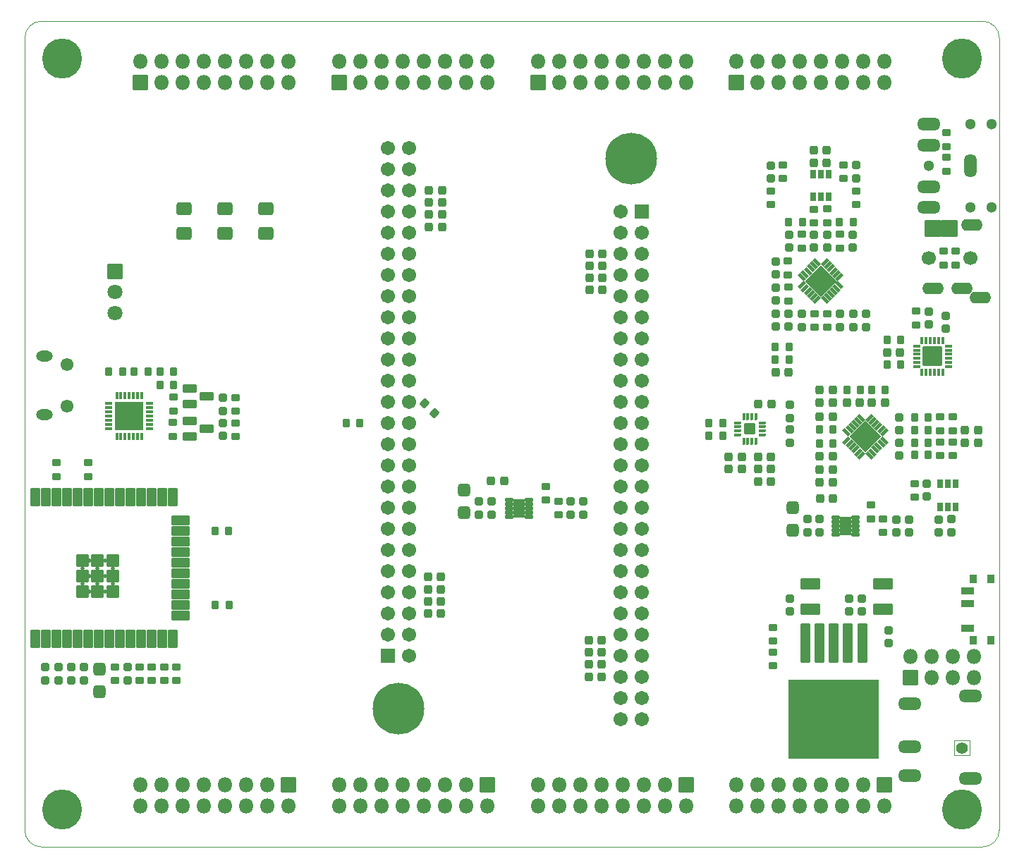
<source format=gbr>
%TF.GenerationSoftware,KiCad,Pcbnew,(6.0.10)*%
%TF.CreationDate,2023-12-11T17:00:35-05:00*%
%TF.ProjectId,Ultrasonic Sound Steering - Control Rev. A,556c7472-6173-46f6-9e69-6320536f756e,rev?*%
%TF.SameCoordinates,Original*%
%TF.FileFunction,Soldermask,Top*%
%TF.FilePolarity,Negative*%
%FSLAX46Y46*%
G04 Gerber Fmt 4.6, Leading zero omitted, Abs format (unit mm)*
G04 Created by KiCad (PCBNEW (6.0.10)) date 2023-12-11 17:00:35*
%MOMM*%
%LPD*%
G01*
G04 APERTURE LIST*
G04 Aperture macros list*
%AMRoundRect*
0 Rectangle with rounded corners*
0 $1 Rounding radius*
0 $2 $3 $4 $5 $6 $7 $8 $9 X,Y pos of 4 corners*
0 Add a 4 corners polygon primitive as box body*
4,1,4,$2,$3,$4,$5,$6,$7,$8,$9,$2,$3,0*
0 Add four circle primitives for the rounded corners*
1,1,$1+$1,$2,$3*
1,1,$1+$1,$4,$5*
1,1,$1+$1,$6,$7*
1,1,$1+$1,$8,$9*
0 Add four rect primitives between the rounded corners*
20,1,$1+$1,$2,$3,$4,$5,0*
20,1,$1+$1,$4,$5,$6,$7,0*
20,1,$1+$1,$6,$7,$8,$9,0*
20,1,$1+$1,$8,$9,$2,$3,0*%
G04 Aperture macros list end*
%TA.AperFunction,Profile*%
%ADD10C,0.100000*%
%TD*%
%TA.AperFunction,Profile*%
%ADD11C,0.010000*%
%TD*%
%ADD12RoundRect,0.275000X0.225000X0.250000X-0.225000X0.250000X-0.225000X-0.250000X0.225000X-0.250000X0*%
%ADD13RoundRect,0.275000X0.250000X-0.225000X0.250000X0.225000X-0.250000X0.225000X-0.250000X-0.225000X0*%
%ADD14RoundRect,0.275000X-0.225000X-0.250000X0.225000X-0.250000X0.225000X0.250000X-0.225000X0.250000X0*%
%ADD15C,0.504000*%
%ADD16RoundRect,0.250000X-0.275000X0.200000X-0.275000X-0.200000X0.275000X-0.200000X0.275000X0.200000X0*%
%ADD17RoundRect,0.250000X0.275000X-0.200000X0.275000X0.200000X-0.275000X0.200000X-0.275000X-0.200000X0*%
%ADD18RoundRect,0.110100X0.411900X0.126900X-0.411900X0.126900X-0.411900X-0.126900X0.411900X-0.126900X0*%
%ADD19RoundRect,0.102000X0.600000X1.000000X-0.600000X1.000000X-0.600000X-1.000000X0.600000X-1.000000X0*%
%ADD20RoundRect,0.275000X-0.250000X0.225000X-0.250000X-0.225000X0.250000X-0.225000X0.250000X0.225000X0*%
%ADD21C,4.800000*%
%ADD22RoundRect,0.250000X0.200000X0.275000X-0.200000X0.275000X-0.200000X-0.275000X0.200000X-0.275000X0*%
%ADD23RoundRect,0.300001X-0.624999X0.462499X-0.624999X-0.462499X0.624999X-0.462499X0.624999X0.462499X0*%
%ADD24RoundRect,0.300000X0.425000X-0.450000X0.425000X0.450000X-0.425000X0.450000X-0.425000X-0.450000X0*%
%ADD25RoundRect,0.250000X-0.200000X-0.275000X0.200000X-0.275000X0.200000X0.275000X-0.200000X0.275000X0*%
%ADD26RoundRect,0.112500X0.337500X0.062500X-0.337500X0.062500X-0.337500X-0.062500X0.337500X-0.062500X0*%
%ADD27RoundRect,0.112500X0.062500X0.337500X-0.062500X0.337500X-0.062500X-0.337500X0.062500X-0.337500X0*%
%ADD28RoundRect,0.050000X1.675000X1.675000X-1.675000X1.675000X-1.675000X-1.675000X1.675000X-1.675000X0*%
%ADD29RoundRect,0.050000X0.749300X-0.355600X0.749300X0.355600X-0.749300X0.355600X-0.749300X-0.355600X0*%
%ADD30RoundRect,0.050000X0.406400X-0.495300X0.406400X0.495300X-0.406400X0.495300X-0.406400X-0.495300X0*%
%ADD31RoundRect,0.102000X-0.754000X0.754000X-0.754000X-0.754000X0.754000X-0.754000X0.754000X0.754000X0*%
%ADD32C,1.712000*%
%ADD33C,6.204000*%
%ADD34RoundRect,0.104600X0.212132X0.392303X-0.392303X-0.212132X-0.212132X-0.392303X0.392303X0.212132X0*%
%ADD35RoundRect,0.104600X-0.392303X0.212132X0.212132X-0.392303X0.392303X-0.212132X-0.212132X0.392303X0*%
%ADD36RoundRect,0.104600X-0.212132X-0.392303X0.392303X0.212132X0.212132X0.392303X-0.392303X-0.212132X0*%
%ADD37RoundRect,0.104600X0.392303X-0.212132X-0.212132X0.392303X-0.392303X0.212132X0.212132X-0.392303X0*%
%ADD38RoundRect,0.102000X1.767767X0.000000X0.000000X1.767767X-1.767767X0.000000X0.000000X-1.767767X0*%
%ADD39RoundRect,0.300000X0.925000X-0.412500X0.925000X0.412500X-0.925000X0.412500X-0.925000X-0.412500X0*%
%ADD40RoundRect,0.102000X0.450000X-1.000000X0.450000X1.000000X-0.450000X1.000000X-0.450000X-1.000000X0*%
%ADD41RoundRect,0.102000X1.000000X-0.450000X1.000000X0.450000X-1.000000X0.450000X-1.000000X-0.450000X0*%
%ADD42RoundRect,0.102000X0.665000X-0.665000X0.665000X0.665000X-0.665000X0.665000X-0.665000X-0.665000X0*%
%ADD43RoundRect,0.050000X-0.800100X0.431800X-0.800100X-0.431800X0.800100X-0.431800X0.800100X0.431800X0*%
%ADD44RoundRect,0.050000X-0.127000X-0.406400X0.127000X-0.406400X0.127000X0.406400X-0.127000X0.406400X0*%
%ADD45RoundRect,0.050000X-0.406400X0.127000X-0.406400X-0.127000X0.406400X-0.127000X0.406400X0.127000X0*%
%ADD46RoundRect,0.050000X-1.130300X1.130300X-1.130300X-1.130300X1.130300X-1.130300X1.130300X1.130300X0*%
%ADD47RoundRect,0.102000X0.000000X1.767767X-1.767767X0.000000X0.000000X-1.767767X1.767767X0.000000X0*%
%ADD48RoundRect,0.250000X0.335876X0.053033X0.053033X0.335876X-0.335876X-0.053033X-0.053033X-0.335876X0*%
%ADD49RoundRect,0.050000X-0.550000X2.300000X-0.550000X-2.300000X0.550000X-2.300000X0.550000X2.300000X0*%
%ADD50RoundRect,0.050000X-5.400000X4.700000X-5.400000X-4.700000X5.400000X-4.700000X5.400000X4.700000X0*%
%ADD51RoundRect,0.050000X-0.279400X0.488950X-0.279400X-0.488950X0.279400X-0.488950X0.279400X0.488950X0*%
%ADD52RoundRect,0.050000X0.127000X0.381000X-0.127000X0.381000X-0.127000X-0.381000X0.127000X-0.381000X0*%
%ADD53RoundRect,0.050000X0.381000X-0.127000X0.381000X0.127000X-0.381000X0.127000X-0.381000X-0.127000X0*%
%ADD54RoundRect,0.050000X0.596900X-0.596900X0.596900X0.596900X-0.596900X0.596900X-0.596900X-0.596900X0*%
%ADD55RoundRect,0.050000X-0.299999X-0.500000X0.299999X-0.500000X0.299999X0.500000X-0.299999X0.500000X0*%
%ADD56RoundRect,0.300000X-0.425000X0.450000X-0.425000X-0.450000X0.425000X-0.450000X0.425000X0.450000X0*%
%ADD57RoundRect,0.050000X0.850000X-0.850000X0.850000X0.850000X-0.850000X0.850000X-0.850000X-0.850000X0*%
%ADD58O,1.800000X1.800000*%
%ADD59C,1.700000*%
%ADD60O,2.604000X1.404000*%
%ADD61RoundRect,0.102000X0.900000X0.900000X-0.900000X0.900000X-0.900000X-0.900000X0.900000X-0.900000X0*%
%ADD62RoundRect,0.050000X-0.850000X0.850000X-0.850000X-0.850000X0.850000X-0.850000X0.850000X0.850000X0*%
%ADD63C,1.550000*%
%ADD64O,2.000000X1.300000*%
%ADD65C,1.300000*%
%ADD66O,1.512000X2.820000*%
%ADD67O,2.820000X1.512000*%
%ADD68C,1.400000*%
%ADD69C,1.800000*%
G04 APERTURE END LIST*
D10*
X159706350Y-26997214D02*
X272697922Y-26997214D01*
X157702100Y-124143000D02*
G75*
G03*
X159702136Y-126143000I2000100J100D01*
G01*
X274697886Y-28997214D02*
G75*
G03*
X272697922Y-26997214I-1999886J114D01*
G01*
X274697922Y-28997214D02*
X274697922Y-124138787D01*
X157702136Y-124143000D02*
X157706350Y-28997214D01*
X272697922Y-126138787D02*
X159702136Y-126143000D01*
X159706350Y-26997150D02*
G75*
G03*
X157706350Y-28997214I50J-2000050D01*
G01*
X272697922Y-126138722D02*
G75*
G03*
X274697922Y-124138787I78J1999922D01*
G01*
D11*
%TO.C,P13*%
X271110000Y-113350000D02*
X269310000Y-113350000D01*
X269310000Y-115150000D02*
X271110000Y-115150000D01*
X269310000Y-113350000D02*
X269310000Y-115150000D01*
X271110000Y-115150000D02*
X271110000Y-113350000D01*
%TD*%
D12*
%TO.C,C59*%
X247250000Y-82275000D03*
X245700000Y-82275000D03*
%TD*%
D13*
%TO.C,C105*%
X161712500Y-106130000D03*
X161712500Y-104580000D03*
%TD*%
D14*
%TO.C,C9*%
X252435000Y-43980000D03*
X253985000Y-43980000D03*
%TD*%
D15*
%TO.C,*%
X253960000Y-110600000D03*
%TD*%
D16*
%TO.C,R1*%
X269470000Y-54623500D03*
X269470000Y-56273500D03*
%TD*%
D15*
%TO.C,*%
X252102500Y-110612500D03*
%TD*%
D14*
%TO.C,C2*%
X261244466Y-66795000D03*
X262794466Y-66795000D03*
%TD*%
D16*
%TO.C,R26*%
X255560000Y-52575000D03*
X255560000Y-54225000D03*
%TD*%
D12*
%TO.C,C14*%
X272137200Y-76104466D03*
X270587200Y-76104466D03*
%TD*%
D15*
%TO.C,*%
X251850000Y-58225000D03*
%TD*%
D17*
%TO.C,R7*%
X248715000Y-45905000D03*
X248715000Y-44255000D03*
%TD*%
D16*
%TO.C,R25*%
X250960000Y-52600000D03*
X250960000Y-54250000D03*
%TD*%
D15*
%TO.C,*%
X255010000Y-107015000D03*
%TD*%
D18*
%TO.C,U7*%
X257410000Y-88590000D03*
X257410000Y-88090000D03*
X257410000Y-87590000D03*
X257410000Y-87090000D03*
X257410000Y-86590000D03*
X255020000Y-86590000D03*
X255020000Y-87090000D03*
X255020000Y-87590000D03*
X255020000Y-88090000D03*
X255020000Y-88590000D03*
D19*
X256215000Y-87590000D03*
%TD*%
D12*
%TO.C,C109*%
X207635000Y-95190000D03*
X206085000Y-95190000D03*
%TD*%
D20*
%TO.C,C84*%
X224760000Y-84690000D03*
X224760000Y-86240000D03*
%TD*%
D15*
%TO.C,*%
X252910000Y-114760000D03*
%TD*%
D20*
%TO.C,C76*%
X258225000Y-96295000D03*
X258225000Y-97845000D03*
%TD*%
D21*
%TO.C,H2*%
X162200177Y-31490000D03*
%TD*%
D16*
%TO.C,R48*%
X221750000Y-84630000D03*
X221750000Y-86280000D03*
%TD*%
D22*
%TO.C,R66*%
X172485000Y-69110000D03*
X170835000Y-69110000D03*
%TD*%
D12*
%TO.C,C25*%
X254685000Y-80872500D03*
X253135000Y-80872500D03*
%TD*%
D23*
%TO.C,D3*%
X176840000Y-49505000D03*
X176840000Y-52480000D03*
%TD*%
D16*
%TO.C,R47*%
X259305000Y-85110000D03*
X259305000Y-86760000D03*
%TD*%
D15*
%TO.C,*%
X255600000Y-114930000D03*
%TD*%
D24*
%TO.C,C68*%
X210427500Y-85980000D03*
X210427500Y-83280000D03*
%TD*%
D15*
%TO.C,*%
X257810000Y-111605000D03*
%TD*%
D13*
%TO.C,C123*%
X160182500Y-106120000D03*
X160182500Y-104570000D03*
%TD*%
D15*
%TO.C,*%
X252102500Y-109407500D03*
%TD*%
%TO.C,*%
X252102500Y-111612500D03*
%TD*%
D14*
%TO.C,C65*%
X242225000Y-79275000D03*
X243775000Y-79275000D03*
%TD*%
D20*
%TO.C,C83*%
X263840000Y-86815000D03*
X263840000Y-88365000D03*
%TD*%
D15*
%TO.C,*%
X258750000Y-108210000D03*
%TD*%
%TO.C,*%
X171190000Y-75245000D03*
%TD*%
%TO.C,*%
X259720000Y-115185000D03*
%TD*%
D14*
%TO.C,C120*%
X225410000Y-102770000D03*
X226960000Y-102770000D03*
%TD*%
D15*
%TO.C,*%
X259720000Y-110585000D03*
%TD*%
D12*
%TO.C,C121*%
X207785000Y-47310000D03*
X206235000Y-47310000D03*
%TD*%
D15*
%TO.C,*%
X253030000Y-107005000D03*
%TD*%
%TO.C,*%
X258750000Y-111605000D03*
%TD*%
D20*
%TO.C,C81*%
X223260000Y-84690000D03*
X223260000Y-86240000D03*
%TD*%
D15*
%TO.C,*%
X254675000Y-58225000D03*
%TD*%
D13*
%TO.C,C21*%
X262650000Y-79137500D03*
X262650000Y-77587500D03*
%TD*%
D15*
%TO.C,*%
X253260000Y-58200000D03*
%TD*%
D14*
%TO.C,C130*%
X225410000Y-104230000D03*
X226960000Y-104230000D03*
%TD*%
D15*
%TO.C,*%
X251180000Y-110610000D03*
%TD*%
D13*
%TO.C,C19*%
X254060000Y-54175000D03*
X254060000Y-52625000D03*
%TD*%
%TO.C,C87*%
X268900000Y-88355000D03*
X268900000Y-86805000D03*
%TD*%
D15*
%TO.C,*%
X171190000Y-73410000D03*
%TD*%
D22*
%TO.C,R21*%
X266150000Y-79100000D03*
X264500000Y-79100000D03*
%TD*%
D15*
%TO.C,*%
X258750000Y-112810000D03*
%TD*%
D17*
%TO.C,R10*%
X247234769Y-49006709D03*
X247234769Y-47356709D03*
%TD*%
D25*
%TO.C,R64*%
X173915000Y-70660000D03*
X175565000Y-70660000D03*
%TD*%
D14*
%TO.C,C131*%
X225410000Y-101310000D03*
X226960000Y-101310000D03*
%TD*%
D12*
%TO.C,C58*%
X247250000Y-80775000D03*
X245700000Y-80775000D03*
%TD*%
D15*
%TO.C,*%
X250230000Y-107015000D03*
%TD*%
D20*
%TO.C,C45*%
X247853005Y-62132929D03*
X247853005Y-63682929D03*
%TD*%
%TO.C,C3*%
X266210000Y-61860000D03*
X266210000Y-63410000D03*
%TD*%
D17*
%TO.C,R5*%
X264710000Y-63460000D03*
X264710000Y-61810000D03*
%TD*%
D25*
%TO.C,R82*%
X180535000Y-88210000D03*
X182185000Y-88210000D03*
%TD*%
D12*
%TO.C,C107*%
X207640000Y-98110000D03*
X206090000Y-98110000D03*
%TD*%
D15*
%TO.C,*%
X245100000Y-76300000D03*
%TD*%
D20*
%TO.C,C44*%
X249524738Y-76045262D03*
X249524738Y-77595262D03*
%TD*%
D15*
%TO.C,*%
X256892500Y-112822500D03*
%TD*%
%TO.C,*%
X250220000Y-109405000D03*
%TD*%
%TO.C,*%
X259710000Y-106990000D03*
%TD*%
%TO.C,*%
X267150000Y-67850000D03*
%TD*%
D12*
%TO.C,C55*%
X247325000Y-73000000D03*
X245775000Y-73000000D03*
%TD*%
D15*
%TO.C,*%
X252112500Y-107017500D03*
%TD*%
%TO.C,*%
X252112500Y-108222500D03*
%TD*%
D13*
%TO.C,C38*%
X247840000Y-60555000D03*
X247840000Y-59005000D03*
%TD*%
D20*
%TO.C,C95*%
X181480000Y-72225000D03*
X181480000Y-73775000D03*
%TD*%
D15*
%TO.C,*%
X244425000Y-75625000D03*
%TD*%
D22*
%TO.C,R41*%
X241500000Y-76804300D03*
X239850000Y-76804300D03*
%TD*%
D26*
%TO.C,U17*%
X172690000Y-75890000D03*
X172690000Y-75390000D03*
X172690000Y-74890000D03*
X172690000Y-74390000D03*
X172690000Y-73890000D03*
X172690000Y-73390000D03*
X172690000Y-72890000D03*
D27*
X171740000Y-71940000D03*
X171240000Y-71940000D03*
X170740000Y-71940000D03*
X170240000Y-71940000D03*
X169740000Y-71940000D03*
X169240000Y-71940000D03*
X168740000Y-71940000D03*
D26*
X167790000Y-72890000D03*
X167790000Y-73390000D03*
X167790000Y-73890000D03*
X167790000Y-74390000D03*
X167790000Y-74890000D03*
X167790000Y-75390000D03*
X167790000Y-75890000D03*
D27*
X168740000Y-76840000D03*
X169240000Y-76840000D03*
X169740000Y-76840000D03*
X170240000Y-76840000D03*
X170740000Y-76840000D03*
X171240000Y-76840000D03*
X171740000Y-76840000D03*
D28*
X170240000Y-74390000D03*
%TD*%
D16*
%TO.C,R46*%
X260765000Y-86765000D03*
X260765000Y-88415000D03*
%TD*%
D15*
%TO.C,*%
X250230000Y-108220000D03*
%TD*%
D14*
%TO.C,C102*%
X225510000Y-56380000D03*
X227060000Y-56380000D03*
%TD*%
D17*
%TO.C,R15*%
X267600000Y-76175000D03*
X267600000Y-74525000D03*
%TD*%
D22*
%TO.C,R22*%
X266150000Y-74600000D03*
X264500000Y-74600000D03*
%TD*%
D15*
%TO.C,*%
X258625000Y-75425000D03*
%TD*%
D12*
%TO.C,C126*%
X207785000Y-48770000D03*
X206235000Y-48770000D03*
%TD*%
D15*
%TO.C,*%
X254290000Y-113410000D03*
%TD*%
D20*
%TO.C,C86*%
X249557500Y-96295000D03*
X249557500Y-97845000D03*
%TD*%
D22*
%TO.C,R19*%
X266150000Y-76100000D03*
X264500000Y-76100000D03*
%TD*%
D20*
%TO.C,C48*%
X249532142Y-73087858D03*
X249532142Y-74637858D03*
%TD*%
D17*
%TO.C,R87*%
X268360000Y-45010000D03*
X268360000Y-43360000D03*
%TD*%
D15*
%TO.C,*%
X257820000Y-109395000D03*
%TD*%
%TO.C,*%
X257810000Y-108210000D03*
%TD*%
D22*
%TO.C,R20*%
X266150000Y-77600000D03*
X264500000Y-77600000D03*
%TD*%
D15*
%TO.C,*%
X257810000Y-112810000D03*
%TD*%
D21*
%TO.C,H1*%
X270200189Y-31490000D03*
%TD*%
D16*
%TO.C,R33*%
X249330000Y-55805000D03*
X249330000Y-57455000D03*
%TD*%
D17*
%TO.C,R13*%
X269100534Y-76170534D03*
X269100534Y-74520534D03*
%TD*%
D15*
%TO.C,*%
X254960000Y-114170000D03*
%TD*%
%TO.C,*%
X250220000Y-111610000D03*
%TD*%
D14*
%TO.C,C100*%
X225505000Y-54920000D03*
X227055000Y-54920000D03*
%TD*%
D15*
%TO.C,*%
X259710000Y-108195000D03*
%TD*%
D14*
%TO.C,C101*%
X225510000Y-57830000D03*
X227060000Y-57830000D03*
%TD*%
D12*
%TO.C,C39*%
X254680000Y-72812500D03*
X253130000Y-72812500D03*
%TD*%
D15*
%TO.C,*%
X253020000Y-110600000D03*
%TD*%
D20*
%TO.C,C80*%
X262305000Y-86810000D03*
X262305000Y-88360000D03*
%TD*%
D15*
%TO.C,*%
X259720000Y-109380000D03*
%TD*%
D16*
%TO.C,R78*%
X174410000Y-104525000D03*
X174410000Y-106175000D03*
%TD*%
D15*
%TO.C,*%
X257820000Y-113995000D03*
%TD*%
%TO.C,*%
X257820000Y-110600000D03*
%TD*%
%TO.C,*%
X253030000Y-108210000D03*
%TD*%
D20*
%TO.C,C12*%
X268240000Y-62360000D03*
X268240000Y-63910000D03*
%TD*%
D18*
%TO.C,U8*%
X218225000Y-86480000D03*
X218225000Y-85980000D03*
X218225000Y-85480000D03*
X218225000Y-84980000D03*
X218225000Y-84480000D03*
X215835000Y-84480000D03*
X215835000Y-84980000D03*
X215835000Y-85480000D03*
X215835000Y-85980000D03*
X215835000Y-86480000D03*
D19*
X217030000Y-85480000D03*
%TD*%
D29*
%TO.C,SW1*%
X270873100Y-99900001D03*
X270873100Y-96899999D03*
X270873100Y-95399999D03*
D30*
X271573101Y-101300000D03*
X271573101Y-94000000D03*
X273673100Y-101300000D03*
X273673100Y-94000000D03*
%TD*%
D15*
%TO.C,*%
X255980000Y-110610000D03*
%TD*%
D12*
%TO.C,C56*%
X247250000Y-79275000D03*
X245700000Y-79275000D03*
%TD*%
D15*
%TO.C,*%
X256892500Y-111617500D03*
%TD*%
D14*
%TO.C,C90*%
X247821875Y-69140000D03*
X249371875Y-69140000D03*
%TD*%
D17*
%TO.C,R2*%
X268360000Y-42050000D03*
X268360000Y-40400000D03*
%TD*%
D15*
%TO.C,*%
X255980000Y-111610000D03*
%TD*%
D12*
%TO.C,C106*%
X207635000Y-96650000D03*
X206085000Y-96650000D03*
%TD*%
D14*
%TO.C,C34*%
X256420000Y-72812500D03*
X257970000Y-72812500D03*
%TD*%
D17*
%TO.C,R54*%
X264510000Y-84145000D03*
X264510000Y-82495000D03*
%TD*%
D25*
%TO.C,R65*%
X173915000Y-69110000D03*
X175565000Y-69110000D03*
%TD*%
D31*
%TO.C,U14*%
X201260000Y-103190000D03*
X231740000Y-49840000D03*
D32*
X203800000Y-103190000D03*
X229200000Y-49840000D03*
X201260000Y-100650000D03*
X231740000Y-52380000D03*
X203800000Y-100650000D03*
X229200000Y-52380000D03*
X201260000Y-98110000D03*
X231740000Y-54920000D03*
X203800000Y-98110000D03*
X229200000Y-54920000D03*
X201260000Y-95570000D03*
X231740000Y-57460000D03*
X203800000Y-95570000D03*
X229200000Y-57460000D03*
X201260000Y-93030000D03*
X231740000Y-60000000D03*
X203800000Y-93030000D03*
X229200000Y-60000000D03*
X201260000Y-90490000D03*
X231740000Y-62540000D03*
X203800000Y-90490000D03*
X229200000Y-62540000D03*
X201260000Y-87950000D03*
X231740000Y-65080000D03*
X203800000Y-87950000D03*
X229200000Y-65080000D03*
X201260000Y-85410000D03*
X231740000Y-67620000D03*
X203800000Y-85410000D03*
X229200000Y-67620000D03*
X201260000Y-82870000D03*
X231740000Y-70160000D03*
X203800000Y-82870000D03*
X229200000Y-70160000D03*
X201260000Y-80330000D03*
X231740000Y-72700000D03*
X203800000Y-80330000D03*
X229200000Y-72700000D03*
X201260000Y-77790000D03*
X231740000Y-75240000D03*
X203800000Y-77790000D03*
X229200000Y-75240000D03*
X201260000Y-75250000D03*
X231740000Y-77780000D03*
X203800000Y-75250000D03*
X229200000Y-77780000D03*
X201260000Y-72710000D03*
X231740000Y-80320000D03*
X203800000Y-72710000D03*
X229200000Y-80320000D03*
X201260000Y-70170000D03*
X231740000Y-82860000D03*
X203800000Y-70170000D03*
X229200000Y-82860000D03*
X201260000Y-67630000D03*
X231740000Y-85400000D03*
X203800000Y-67630000D03*
X229200000Y-85400000D03*
X201260000Y-65090000D03*
X231740000Y-87940000D03*
X203800000Y-65090000D03*
X229200000Y-87940000D03*
X201260000Y-62550000D03*
X231740000Y-90480000D03*
X203800000Y-62550000D03*
X229200000Y-90480000D03*
X201260000Y-60010000D03*
X231740000Y-93020000D03*
X203800000Y-60010000D03*
X229200000Y-93020000D03*
X201260000Y-57470000D03*
X231740000Y-95560000D03*
X203800000Y-57470000D03*
X229200000Y-95560000D03*
X201260000Y-54930000D03*
X231740000Y-98100000D03*
X203800000Y-54930000D03*
X229200000Y-98100000D03*
X201260000Y-52390000D03*
X231740000Y-100640000D03*
X203800000Y-52390000D03*
X229200000Y-100640000D03*
X201260000Y-49850000D03*
X231740000Y-103180000D03*
X203800000Y-49850000D03*
X229200000Y-103180000D03*
X201260000Y-47310000D03*
X231740000Y-105720000D03*
X203800000Y-47310000D03*
X229200000Y-105720000D03*
X201260000Y-44770000D03*
X231740000Y-108260000D03*
X203800000Y-44770000D03*
X229200000Y-108260000D03*
X201260000Y-42230000D03*
X231740000Y-110800000D03*
X203800000Y-42230000D03*
X229200000Y-110800000D03*
D33*
X230470000Y-43490000D03*
X202530000Y-109540000D03*
%TD*%
D16*
%TO.C,R18*%
X252460000Y-49575000D03*
X252460000Y-51225000D03*
%TD*%
D15*
%TO.C,*%
X257225000Y-76875000D03*
%TD*%
D17*
%TO.C,R60*%
X175510000Y-73805000D03*
X175510000Y-72155000D03*
%TD*%
D15*
%TO.C,*%
X169355000Y-73410000D03*
%TD*%
%TO.C,*%
X260050000Y-76875000D03*
%TD*%
D14*
%TO.C,C8*%
X252440000Y-42500000D03*
X253990000Y-42500000D03*
%TD*%
D15*
%TO.C,*%
X257810000Y-107005000D03*
%TD*%
%TO.C,*%
X267150000Y-66645000D03*
%TD*%
D22*
%TO.C,R31*%
X260990000Y-71312500D03*
X259340000Y-71312500D03*
%TD*%
D34*
%TO.C,U3*%
X260870000Y-76383764D03*
X260516447Y-76030210D03*
X260162893Y-75676657D03*
X259809340Y-75323104D03*
X259455787Y-74969550D03*
X259102233Y-74615997D03*
D35*
X258133497Y-74615997D03*
X257779943Y-74969550D03*
X257426390Y-75323104D03*
X257072837Y-75676657D03*
X256719283Y-76030210D03*
X256365730Y-76383764D03*
D36*
X256365730Y-77352500D03*
X256719283Y-77706054D03*
X257072837Y-78059607D03*
X257426390Y-78413160D03*
X257779943Y-78766714D03*
X258133497Y-79120267D03*
D37*
X259102233Y-79120267D03*
X259455787Y-78766714D03*
X259809340Y-78413160D03*
X260162893Y-78059607D03*
X260516447Y-77706054D03*
X260870000Y-77352500D03*
D38*
X258617865Y-76868132D03*
%TD*%
D15*
%TO.C,*%
X169355000Y-75245000D03*
%TD*%
D39*
%TO.C,C85*%
X252037500Y-97640000D03*
X252037500Y-94565000D03*
%TD*%
D16*
%TO.C,R83*%
X175870000Y-104525000D03*
X175870000Y-106175000D03*
%TD*%
%TO.C,R49*%
X220250000Y-82860000D03*
X220250000Y-84510000D03*
%TD*%
D15*
%TO.C,*%
X259710000Y-111590000D03*
%TD*%
D13*
%TO.C,C114*%
X170030000Y-106125000D03*
X170030000Y-104575000D03*
%TD*%
D15*
%TO.C,*%
X253970000Y-107005000D03*
%TD*%
D20*
%TO.C,C71*%
X251640000Y-86805000D03*
X251640000Y-88355000D03*
%TD*%
D40*
%TO.C,U18*%
X158930000Y-101130000D03*
X160200000Y-101130000D03*
X161470000Y-101130000D03*
X162740000Y-101130000D03*
X164010000Y-101130000D03*
X165280000Y-101130000D03*
X166550000Y-101130000D03*
X167820000Y-101130000D03*
X169090000Y-101130000D03*
X170360000Y-101130000D03*
X171630000Y-101130000D03*
X172900000Y-101130000D03*
X174170000Y-101130000D03*
X175440000Y-101130000D03*
D41*
X176440000Y-98345000D03*
X176440000Y-97075000D03*
X176440000Y-95805000D03*
X176440000Y-94535000D03*
X176440000Y-93265000D03*
X176440000Y-91995000D03*
X176440000Y-90725000D03*
X176440000Y-89455000D03*
X176440000Y-88185000D03*
X176440000Y-86915000D03*
D40*
X175440000Y-84130000D03*
X174170000Y-84130000D03*
X172900000Y-84130000D03*
X171630000Y-84130000D03*
X170360000Y-84130000D03*
X169090000Y-84130000D03*
X167820000Y-84130000D03*
X166550000Y-84130000D03*
X165280000Y-84130000D03*
X164010000Y-84130000D03*
X162740000Y-84130000D03*
X161470000Y-84130000D03*
X160200000Y-84130000D03*
X158930000Y-84130000D03*
D42*
X164595000Y-95465000D03*
X164595000Y-93630000D03*
X164595000Y-91795000D03*
X166430000Y-95465000D03*
X166430000Y-93630000D03*
X166430000Y-91795000D03*
X168265000Y-95465000D03*
X168265000Y-93630000D03*
X168265000Y-91795000D03*
D15*
X164595000Y-94547500D03*
X164595000Y-92712500D03*
X165512500Y-95465000D03*
X165512500Y-93630000D03*
X165512500Y-91795000D03*
X166430000Y-94547500D03*
X166430000Y-92712500D03*
X167347500Y-95465000D03*
X167347500Y-93630000D03*
X167347500Y-91795000D03*
X168265000Y-94547500D03*
X168265000Y-92712500D03*
%TD*%
D12*
%TO.C,C47*%
X254695000Y-74520000D03*
X253145000Y-74520000D03*
%TD*%
D16*
%TO.C,R61*%
X183010000Y-72165000D03*
X183010000Y-73815000D03*
%TD*%
D14*
%TO.C,C119*%
X225410000Y-105690000D03*
X226960000Y-105690000D03*
%TD*%
D13*
%TO.C,C53*%
X255540000Y-63700000D03*
X255540000Y-62150000D03*
%TD*%
D20*
%TO.C,C7*%
X257480000Y-44285000D03*
X257480000Y-45835000D03*
%TD*%
D21*
%TO.C,H3*%
X270200172Y-121640000D03*
%TD*%
D17*
%TO.C,R37*%
X254020000Y-63750000D03*
X254020000Y-62100000D03*
%TD*%
D43*
%TO.C,Q2*%
X177484500Y-74969999D03*
X177484500Y-76870001D03*
X179495500Y-75920000D03*
%TD*%
D44*
%TO.C,U1*%
X267914781Y-65339466D03*
X267414655Y-65339466D03*
X266914529Y-65339466D03*
X266414403Y-65339466D03*
X265914277Y-65339466D03*
X265414151Y-65339466D03*
D45*
X264759466Y-65994151D03*
X264759466Y-66494277D03*
X264759466Y-66994403D03*
X264759466Y-67494529D03*
X264759466Y-67994655D03*
X264759466Y-68494781D03*
D44*
X265414151Y-69149466D03*
X265914277Y-69149466D03*
X266414403Y-69149466D03*
X266914529Y-69149466D03*
X267414655Y-69149466D03*
X267914781Y-69149466D03*
D45*
X268569466Y-68494781D03*
X268569466Y-67994655D03*
X268569466Y-67494529D03*
X268569466Y-66994403D03*
X268569466Y-66494277D03*
X268569466Y-65994151D03*
D46*
X266664466Y-67244466D03*
%TD*%
D14*
%TO.C,C103*%
X225510000Y-59290000D03*
X227060000Y-59290000D03*
%TD*%
D15*
%TO.C,*%
X251190000Y-108220000D03*
%TD*%
D14*
%TO.C,C33*%
X259395000Y-72812500D03*
X260945000Y-72812500D03*
%TD*%
D15*
%TO.C,*%
X255970000Y-108220000D03*
%TD*%
D17*
%TO.C,R38*%
X252510000Y-63745000D03*
X252510000Y-62095000D03*
%TD*%
D25*
%TO.C,R85*%
X196285000Y-75250000D03*
X197935000Y-75250000D03*
%TD*%
D17*
%TO.C,R53*%
X247500000Y-104405000D03*
X247500000Y-102755000D03*
%TD*%
D15*
%TO.C,*%
X253250000Y-59600000D03*
%TD*%
%TO.C,*%
X244425000Y-76300000D03*
%TD*%
D25*
%TO.C,R36*%
X253095000Y-76020000D03*
X254745000Y-76020000D03*
%TD*%
D12*
%TO.C,C15*%
X272137200Y-77604466D03*
X270587200Y-77604466D03*
%TD*%
D14*
%TO.C,C46*%
X253145000Y-79220000D03*
X254695000Y-79220000D03*
%TD*%
D22*
%TO.C,R24*%
X251035000Y-51150000D03*
X249385000Y-51150000D03*
%TD*%
D35*
%TO.C,U4*%
X252775632Y-55947865D03*
X252422078Y-56301418D03*
X252068525Y-56654972D03*
X251714972Y-57008525D03*
X251361418Y-57362078D03*
X251007865Y-57715632D03*
D36*
X251007865Y-58684368D03*
X251361418Y-59037922D03*
X251714972Y-59391475D03*
X252068525Y-59745028D03*
X252422078Y-60098582D03*
X252775632Y-60452135D03*
D37*
X253744368Y-60452135D03*
X254097922Y-60098582D03*
X254451475Y-59745028D03*
X254805028Y-59391475D03*
X255158582Y-59037922D03*
X255512135Y-58684368D03*
D34*
X255512135Y-57715632D03*
X255158582Y-57362078D03*
X254805028Y-57008525D03*
X254451475Y-56654972D03*
X254097922Y-56301418D03*
X253744368Y-55947865D03*
D47*
X253260000Y-58200000D03*
%TD*%
D17*
%TO.C,R81*%
X161470000Y-81665000D03*
X161470000Y-80015000D03*
%TD*%
D25*
%TO.C,R84*%
X180565000Y-97080000D03*
X182215000Y-97080000D03*
%TD*%
D17*
%TO.C,R86*%
X165280000Y-81655000D03*
X165280000Y-80005000D03*
%TD*%
D15*
%TO.C,*%
X258635000Y-76850000D03*
%TD*%
%TO.C,*%
X258760000Y-115200000D03*
%TD*%
%TO.C,*%
X253020000Y-109395000D03*
%TD*%
D12*
%TO.C,C128*%
X207785000Y-50230000D03*
X206235000Y-50230000D03*
%TD*%
D24*
%TO.C,C67*%
X249860000Y-88120000D03*
X249860000Y-85420000D03*
%TD*%
D13*
%TO.C,C125*%
X163240000Y-106125000D03*
X163240000Y-104575000D03*
%TD*%
D20*
%TO.C,C29*%
X257190000Y-62150000D03*
X257190000Y-63700000D03*
%TD*%
D48*
%TO.C,R80*%
X206843363Y-74073363D03*
X205676637Y-72906637D03*
%TD*%
D16*
%TO.C,R34*%
X249340000Y-58950000D03*
X249340000Y-60600000D03*
%TD*%
D17*
%TO.C,R9*%
X255985231Y-45890000D03*
X255985231Y-44240000D03*
%TD*%
D15*
%TO.C,*%
X255020000Y-111610000D03*
%TD*%
%TO.C,*%
X259710000Y-112795000D03*
%TD*%
D17*
%TO.C,R3*%
X267970000Y-56273500D03*
X267970000Y-54623500D03*
%TD*%
D23*
%TO.C,D8*%
X186671000Y-49490001D03*
X186671000Y-52465001D03*
%TD*%
D15*
%TO.C,*%
X258750000Y-107005000D03*
%TD*%
%TO.C,*%
X266210000Y-67850000D03*
%TD*%
%TO.C,*%
X251180000Y-111610000D03*
%TD*%
%TO.C,*%
X258760000Y-109395000D03*
%TD*%
D49*
%TO.C,U9*%
X258235000Y-101675000D03*
X256535000Y-101675000D03*
X254835000Y-101675000D03*
X253135000Y-101675000D03*
X251435000Y-101675000D03*
D50*
X254835000Y-110825000D03*
%TD*%
D15*
%TO.C,*%
X252340000Y-114040000D03*
%TD*%
%TO.C,*%
X255970000Y-107015000D03*
%TD*%
D20*
%TO.C,C94*%
X181480000Y-75255000D03*
X181480000Y-76805000D03*
%TD*%
D39*
%TO.C,C79*%
X260720000Y-97635000D03*
X260720000Y-94560000D03*
%TD*%
D15*
%TO.C,*%
X251180000Y-109405000D03*
%TD*%
D51*
%TO.C,U2*%
X254210002Y-45375000D03*
X253260001Y-45375000D03*
X252310000Y-45375000D03*
X252310000Y-48105500D03*
X253260001Y-48105500D03*
X254210002Y-48105500D03*
%TD*%
D20*
%TO.C,C5*%
X247234769Y-44306709D03*
X247234769Y-45856709D03*
%TD*%
D15*
%TO.C,*%
X258760000Y-113995000D03*
%TD*%
D23*
%TO.C,D9*%
X181761000Y-49492501D03*
X181761000Y-52467501D03*
%TD*%
D16*
%TO.C,R79*%
X172950000Y-104525000D03*
X172950000Y-106175000D03*
%TD*%
D15*
%TO.C,*%
X251190000Y-107015000D03*
%TD*%
D20*
%TO.C,C24*%
X249460000Y-52650000D03*
X249460000Y-54200000D03*
%TD*%
%TO.C,C43*%
X249365000Y-62130000D03*
X249365000Y-63680000D03*
%TD*%
D15*
%TO.C,*%
X253960000Y-111600000D03*
%TD*%
D25*
%TO.C,R35*%
X253095000Y-77720000D03*
X254745000Y-77720000D03*
%TD*%
D20*
%TO.C,C32*%
X258679999Y-62150000D03*
X258679999Y-63700000D03*
%TD*%
D14*
%TO.C,C74*%
X213690000Y-82230000D03*
X215240000Y-82230000D03*
%TD*%
D15*
%TO.C,*%
X253020000Y-111600000D03*
%TD*%
D52*
%TO.C,U5*%
X244009999Y-77436400D03*
X244510000Y-77436400D03*
X245010000Y-77436400D03*
X245510001Y-77436400D03*
D53*
X246233200Y-76713201D03*
X246233200Y-76213200D03*
X246233200Y-75713200D03*
X246233200Y-75213199D03*
D52*
X245510001Y-74490000D03*
X245010000Y-74490000D03*
X244510000Y-74490000D03*
X244009999Y-74490000D03*
D53*
X243286800Y-75213199D03*
X243286800Y-75713200D03*
X243286800Y-76213200D03*
X243286800Y-76713201D03*
D54*
X244760000Y-75963200D03*
%TD*%
D20*
%TO.C,C75*%
X261440000Y-100145000D03*
X261440000Y-101695000D03*
%TD*%
D15*
%TO.C,*%
X245100000Y-75625000D03*
%TD*%
%TO.C,*%
X258760000Y-110600000D03*
%TD*%
D21*
%TO.C,H4*%
X162200214Y-121640000D03*
%TD*%
D16*
%TO.C,R62*%
X183010000Y-75210000D03*
X183010000Y-76860000D03*
%TD*%
D22*
%TO.C,R67*%
X169435000Y-69110000D03*
X167785000Y-69110000D03*
%TD*%
D17*
%TO.C,R11*%
X257475231Y-49015000D03*
X257475231Y-47365000D03*
%TD*%
D15*
%TO.C,*%
X253960000Y-109395000D03*
%TD*%
D13*
%TO.C,C22*%
X262650000Y-76137500D03*
X262650000Y-74587500D03*
%TD*%
D20*
%TO.C,C69*%
X253140000Y-86805000D03*
X253140000Y-88355000D03*
%TD*%
D22*
%TO.C,R42*%
X241500000Y-75254300D03*
X239850000Y-75254300D03*
%TD*%
D17*
%TO.C,R14*%
X269100000Y-79175000D03*
X269100000Y-77525000D03*
%TD*%
D15*
%TO.C,*%
X256902500Y-109407500D03*
%TD*%
%TO.C,*%
X256892500Y-108222500D03*
%TD*%
%TO.C,*%
X258625000Y-78250000D03*
%TD*%
D13*
%TO.C,C88*%
X267430000Y-88360313D03*
X267430000Y-86810313D03*
%TD*%
D14*
%TO.C,C64*%
X242225000Y-80775000D03*
X243775000Y-80775000D03*
%TD*%
D43*
%TO.C,Q1*%
X177494500Y-71099999D03*
X177494500Y-73000001D03*
X179505500Y-72050000D03*
%TD*%
D25*
%TO.C,R57*%
X247780000Y-66080000D03*
X249430000Y-66080000D03*
%TD*%
D16*
%TO.C,R16*%
X267600000Y-77529466D03*
X267600000Y-79179466D03*
%TD*%
D15*
%TO.C,*%
X255020000Y-110610000D03*
%TD*%
D17*
%TO.C,R52*%
X247490000Y-101445000D03*
X247490000Y-99795000D03*
%TD*%
D25*
%TO.C,R56*%
X247781874Y-67610000D03*
X249431874Y-67610000D03*
%TD*%
D13*
%TO.C,C37*%
X247840000Y-57401709D03*
X247840000Y-55851709D03*
%TD*%
D17*
%TO.C,R72*%
X168490000Y-106175000D03*
X168490000Y-104525000D03*
%TD*%
D25*
%TO.C,R23*%
X255485000Y-51125000D03*
X257135000Y-51125000D03*
%TD*%
D15*
%TO.C,*%
X256902500Y-110612500D03*
%TD*%
%TO.C,*%
X255980000Y-109405000D03*
%TD*%
%TO.C,*%
X255020000Y-109405000D03*
%TD*%
D22*
%TO.C,R32*%
X258020000Y-71312500D03*
X256370000Y-71312500D03*
%TD*%
D14*
%TO.C,C73*%
X253150000Y-84330000D03*
X254700000Y-84330000D03*
%TD*%
D16*
%TO.C,R77*%
X171490000Y-104525000D03*
X171490000Y-106175000D03*
%TD*%
D15*
%TO.C,*%
X253970000Y-108210000D03*
%TD*%
D13*
%TO.C,C89*%
X265970000Y-84095000D03*
X265970000Y-82545000D03*
%TD*%
%TO.C,C127*%
X164770000Y-106125000D03*
X164770000Y-104575000D03*
%TD*%
D25*
%TO.C,R4*%
X261194466Y-65295000D03*
X262844466Y-65295000D03*
%TD*%
D55*
%TO.C,U10*%
X269460001Y-82569685D03*
X268510000Y-82569685D03*
X267560002Y-82569685D03*
X267560002Y-85319685D03*
X268510000Y-85319685D03*
X269460001Y-85319685D03*
%TD*%
D15*
%TO.C,*%
X255010000Y-108220000D03*
%TD*%
D20*
%TO.C,C70*%
X213705000Y-84680000D03*
X213705000Y-86230000D03*
%TD*%
D13*
%TO.C,C23*%
X257060000Y-54175000D03*
X257060000Y-52625000D03*
%TD*%
D15*
%TO.C,*%
X250590000Y-114930000D03*
%TD*%
D16*
%TO.C,R17*%
X254060000Y-49550000D03*
X254060000Y-51200000D03*
%TD*%
D20*
%TO.C,C54*%
X251000000Y-62145000D03*
X251000000Y-63695000D03*
%TD*%
D12*
%TO.C,C28*%
X254690000Y-82342500D03*
X253140000Y-82342500D03*
%TD*%
D20*
%TO.C,C72*%
X212215000Y-84680000D03*
X212215000Y-86230000D03*
%TD*%
D25*
%TO.C,R8*%
X261195000Y-68260000D03*
X262845000Y-68260000D03*
%TD*%
D12*
%TO.C,C108*%
X207635000Y-93730000D03*
X206085000Y-93730000D03*
%TD*%
D15*
%TO.C,*%
X250220000Y-110610000D03*
%TD*%
D12*
%TO.C,C42*%
X254680000Y-71312500D03*
X253130000Y-71312500D03*
%TD*%
D20*
%TO.C,C20*%
X252460000Y-52650000D03*
X252460000Y-54200000D03*
%TD*%
D12*
%TO.C,C122*%
X207785000Y-51690000D03*
X206235000Y-51690000D03*
%TD*%
D17*
%TO.C,R59*%
X175500000Y-76845000D03*
X175500000Y-75195000D03*
%TD*%
D15*
%TO.C,*%
X266210000Y-66645000D03*
%TD*%
D20*
%TO.C,C82*%
X256625000Y-96295000D03*
X256625000Y-97845000D03*
%TD*%
D15*
%TO.C,*%
X170272500Y-74327500D03*
%TD*%
%TO.C,*%
X259720000Y-113980000D03*
%TD*%
D56*
%TO.C,C129*%
X166630000Y-104820000D03*
X166630000Y-107520000D03*
%TD*%
D15*
%TO.C,*%
X253250000Y-56775000D03*
%TD*%
%TO.C,*%
X256892500Y-107017500D03*
%TD*%
D57*
%TO.C,P5*%
X260855101Y-118700000D03*
D58*
X260855101Y-121240000D03*
X258315101Y-118700000D03*
X258315101Y-121240000D03*
X255775101Y-118700000D03*
X255775101Y-121240000D03*
X253235101Y-118700000D03*
X253235101Y-121240000D03*
X250695101Y-118700000D03*
X250695101Y-121240000D03*
X248155101Y-118700000D03*
X248155101Y-121240000D03*
X245615101Y-118700000D03*
X245615101Y-121240000D03*
X243075101Y-118700000D03*
X243075101Y-121240000D03*
%TD*%
D59*
%TO.C,P12*%
X271210000Y-55460000D03*
X266210000Y-55460000D03*
D60*
X272410000Y-60160000D03*
X266710000Y-59060000D03*
D61*
X266710000Y-51860000D03*
D60*
X271410000Y-51460000D03*
X270210000Y-59060000D03*
D61*
X268710000Y-51860000D03*
%TD*%
D62*
%TO.C,P4*%
X171575101Y-34380000D03*
D58*
X171575101Y-31840000D03*
X174115101Y-34380000D03*
X174115101Y-31840000D03*
X176655101Y-34380000D03*
X176655101Y-31840000D03*
X179195101Y-34380000D03*
X179195101Y-31840000D03*
X181735101Y-34380000D03*
X181735101Y-31840000D03*
X184275101Y-34380000D03*
X184275101Y-31840000D03*
X186815101Y-34380000D03*
X186815101Y-31840000D03*
X189355101Y-34380000D03*
X189355101Y-31840000D03*
%TD*%
D57*
%TO.C,P7*%
X213247601Y-118700000D03*
D58*
X213247601Y-121240000D03*
X210707601Y-118700000D03*
X210707601Y-121240000D03*
X208167601Y-118700000D03*
X208167601Y-121240000D03*
X205627601Y-118700000D03*
X205627601Y-121240000D03*
X203087601Y-118700000D03*
X203087601Y-121240000D03*
X200547601Y-118700000D03*
X200547601Y-121240000D03*
X198007601Y-118700000D03*
X198007601Y-121240000D03*
X195467601Y-118700000D03*
X195467601Y-121240000D03*
%TD*%
D62*
%TO.C,P1*%
X243075101Y-34380000D03*
D58*
X243075101Y-31840000D03*
X245615101Y-34380000D03*
X245615101Y-31840000D03*
X248155101Y-34380000D03*
X248155101Y-31840000D03*
X250695101Y-34380000D03*
X250695101Y-31840000D03*
X253235101Y-34380000D03*
X253235101Y-31840000D03*
X255775101Y-34380000D03*
X255775101Y-31840000D03*
X258315101Y-34380000D03*
X258315101Y-31840000D03*
X260855101Y-34380000D03*
X260855101Y-31840000D03*
%TD*%
D62*
%TO.C,P2*%
X219290101Y-34380000D03*
D58*
X219290101Y-31840000D03*
X221830101Y-34380000D03*
X221830101Y-31840000D03*
X224370101Y-34380000D03*
X224370101Y-31840000D03*
X226910101Y-34380000D03*
X226910101Y-31840000D03*
X229450101Y-34380000D03*
X229450101Y-31840000D03*
X231990101Y-34380000D03*
X231990101Y-31840000D03*
X234530101Y-34380000D03*
X234530101Y-31840000D03*
X237070101Y-34380000D03*
X237070101Y-31840000D03*
%TD*%
D57*
%TO.C,P6*%
X237070101Y-118700000D03*
D58*
X237070101Y-121240000D03*
X234530101Y-118700000D03*
X234530101Y-121240000D03*
X231990101Y-118700000D03*
X231990101Y-121240000D03*
X229450101Y-118700000D03*
X229450101Y-121240000D03*
X226910101Y-118700000D03*
X226910101Y-121240000D03*
X224370101Y-118700000D03*
X224370101Y-121240000D03*
X221830101Y-118700000D03*
X221830101Y-121240000D03*
X219290101Y-118700000D03*
X219290101Y-121240000D03*
%TD*%
D57*
%TO.C,P8*%
X189355101Y-118700000D03*
D58*
X189355101Y-121240000D03*
X186815101Y-118700000D03*
X186815101Y-121240000D03*
X184275101Y-118700000D03*
X184275101Y-121240000D03*
X181735101Y-118700000D03*
X181735101Y-121240000D03*
X179195101Y-118700000D03*
X179195101Y-121240000D03*
X176655101Y-118700000D03*
X176655101Y-121240000D03*
X174115101Y-118700000D03*
X174115101Y-121240000D03*
X171575101Y-118700000D03*
X171575101Y-121240000D03*
%TD*%
D63*
%TO.C,P9*%
X162780000Y-68240000D03*
X162780000Y-73240000D03*
D64*
X160080000Y-67240000D03*
X160080000Y-74240000D03*
%TD*%
D62*
%TO.C,P3*%
X195467601Y-34380000D03*
D58*
X195467601Y-31840000D03*
X198007601Y-34380000D03*
X198007601Y-31840000D03*
X200547601Y-34380000D03*
X200547601Y-31840000D03*
X203087601Y-34380000D03*
X203087601Y-31840000D03*
X205627601Y-34380000D03*
X205627601Y-31840000D03*
X208167601Y-34380000D03*
X208167601Y-31840000D03*
X210707601Y-34380000D03*
X210707601Y-31840000D03*
X213247601Y-34380000D03*
X213247601Y-31840000D03*
%TD*%
D65*
%TO.C,P11*%
X271260000Y-39360000D03*
X273760000Y-39360000D03*
X266260000Y-44360000D03*
X271260000Y-49360000D03*
X273760000Y-49360000D03*
D66*
X271260000Y-44360000D03*
D67*
X266260000Y-49360000D03*
X266260000Y-39360000D03*
X266260000Y-46860000D03*
X266260000Y-41860000D03*
%TD*%
D62*
%TO.C,P10*%
X264040000Y-105797500D03*
D58*
X264040000Y-103257500D03*
X266580000Y-105797500D03*
X266580000Y-103257500D03*
X269120000Y-105797500D03*
X269120000Y-103257500D03*
X271660000Y-105797500D03*
X271660000Y-103257500D03*
%TD*%
D68*
%TO.C,P13*%
X270210000Y-114250000D03*
D67*
X263910000Y-117550000D03*
X263910000Y-108950000D03*
X263910000Y-114150000D03*
X271210000Y-108050000D03*
X271210000Y-117950000D03*
%TD*%
D57*
%TO.C,P14*%
X168560000Y-57044000D03*
D69*
X168560000Y-59544000D03*
X168560000Y-62044000D03*
%TD*%
M02*

</source>
